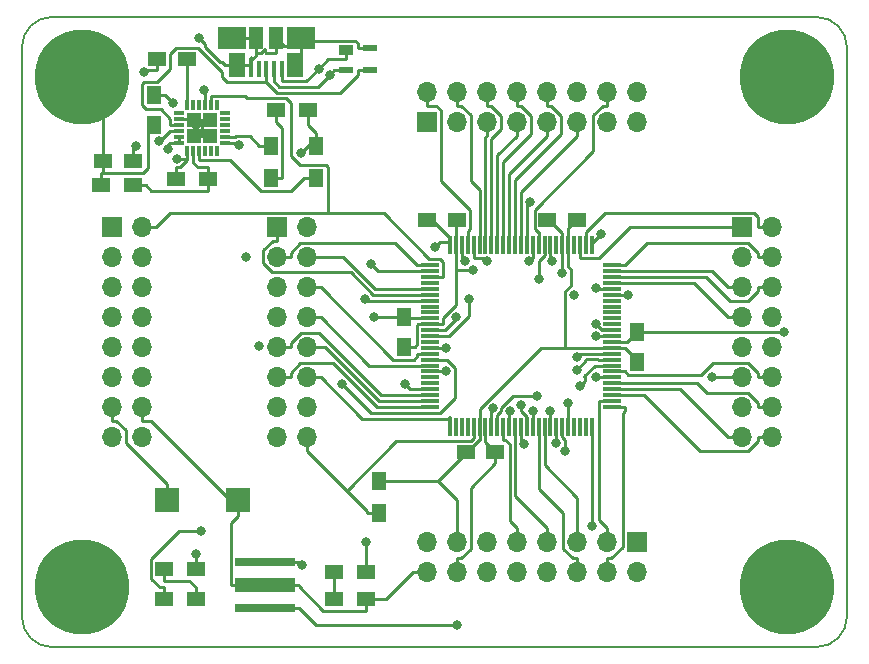
<source format=gbr>
%TF.GenerationSoftware,KiCad,Pcbnew,(5.0.0)*%
%TF.CreationDate,2019-01-27T03:15:10+01:00*%
%TF.ProjectId,AtmegaBreakout,41746D656761427265616B6F75742E6B,rev?*%
%TF.SameCoordinates,Original*%
%TF.FileFunction,Copper,L1,Top,Mixed*%
%TF.FilePolarity,Positive*%
%FSLAX46Y46*%
G04 Gerber Fmt 4.6, Leading zero omitted, Abs format (unit mm)*
G04 Created by KiCad (PCBNEW (5.0.0)) date 01/27/19 03:15:10*
%MOMM*%
%LPD*%
G01*
G04 APERTURE LIST*
%ADD10C,0.200000*%
%ADD11R,1.300000X1.300000*%
%ADD12R,0.300000X0.850000*%
%ADD13R,0.850000X0.300000*%
%ADD14C,8.000000*%
%ADD15R,1.700000X1.700000*%
%ADD16O,1.700000X1.700000*%
%ADD17R,1.300000X1.500000*%
%ADD18R,1.500000X0.300000*%
%ADD19R,0.300000X1.500000*%
%ADD20R,5.100000X0.800000*%
%ADD21R,5.100000X1.300000*%
%ADD22R,2.000000X2.000000*%
%ADD23R,1.500000X1.250000*%
%ADD24R,1.250000X1.500000*%
%ADD25R,1.500000X1.300000*%
%ADD26R,1.310000X0.550000*%
%ADD27R,1.310000X0.940000*%
%ADD28R,1.175000X1.900000*%
%ADD29R,2.375000X1.900000*%
%ADD30R,1.475000X2.100000*%
%ADD31R,0.450000X1.380000*%
%ADD32C,0.800000*%
%ADD33C,0.250000*%
G04 APERTURE END LIST*
D10*
X142240000Y-58420000D02*
X142240000Y-106680000D01*
X74930000Y-55880000D02*
X139700000Y-55880000D01*
X72390000Y-106680000D02*
X72390000Y-58420000D01*
X139700000Y-109220000D02*
X74930000Y-109220000D01*
X72390000Y-58420000D02*
G75*
G02X74930000Y-55880000I2540000J0D01*
G01*
X74930000Y-109220000D02*
G75*
G02X72390000Y-106680000I0J2540000D01*
G01*
X142240000Y-106680000D02*
G75*
G02X139700000Y-109220000I-2540000J0D01*
G01*
X139700000Y-55880000D02*
G75*
G02X142240000Y-58420000I0J-2540000D01*
G01*
D11*
X86980000Y-64628000D03*
X86980000Y-65928000D03*
X88280000Y-64628000D03*
X88280000Y-65928000D03*
D12*
X86380000Y-63328000D03*
X86880000Y-63328000D03*
X87380000Y-63328000D03*
X87880000Y-63328000D03*
X88380000Y-63328000D03*
X88880000Y-63328000D03*
D13*
X89580000Y-64028000D03*
X89580000Y-64528000D03*
X89580000Y-65028000D03*
X89580000Y-65528000D03*
X89580000Y-66028000D03*
X89580000Y-66528000D03*
D12*
X88880000Y-67228000D03*
X88380000Y-67228000D03*
X87880000Y-67228000D03*
X87380000Y-67228000D03*
X86880000Y-67228000D03*
X86380000Y-67228000D03*
D13*
X85680000Y-66528000D03*
X85680000Y-66028000D03*
X85680000Y-65528000D03*
X85680000Y-65028000D03*
X85680000Y-64528000D03*
X85680000Y-64028000D03*
D14*
X137160000Y-104140000D03*
X137160000Y-60960000D03*
X77470000Y-104140000D03*
X77470000Y-60960000D03*
D15*
X106680000Y-64770000D03*
D16*
X106680000Y-62230000D03*
X109220000Y-64770000D03*
X109220000Y-62230000D03*
X111760000Y-64770000D03*
X111760000Y-62230000D03*
X114300000Y-64770000D03*
X114300000Y-62230000D03*
X116840000Y-64770000D03*
X116840000Y-62230000D03*
X119380000Y-64770000D03*
X119380000Y-62230000D03*
X121920000Y-64770000D03*
X121920000Y-62230000D03*
X124460000Y-64770000D03*
X124460000Y-62230000D03*
D17*
X102616000Y-95170000D03*
X102616000Y-97870000D03*
D18*
X106943000Y-88893000D03*
X106943000Y-88393000D03*
X106943000Y-87893000D03*
X106943000Y-87393000D03*
X106943000Y-86893000D03*
X106943000Y-86393000D03*
X106943000Y-85893000D03*
X106943000Y-85393000D03*
X106943000Y-84893000D03*
X106943000Y-84393000D03*
X106943000Y-83893000D03*
X106943000Y-83393000D03*
X106943000Y-82893000D03*
X106943000Y-82393000D03*
X106943000Y-81893000D03*
X106943000Y-81393000D03*
X106943000Y-80893000D03*
X106943000Y-80393000D03*
X106943000Y-79893000D03*
X106943000Y-79393000D03*
X106943000Y-78893000D03*
X106943000Y-78393000D03*
X106943000Y-77893000D03*
X106943000Y-77393000D03*
D19*
X108643000Y-75193000D03*
X109143000Y-75193000D03*
X109643000Y-75193000D03*
X110143000Y-75193000D03*
X110643000Y-75193000D03*
X111143000Y-75193000D03*
X111643000Y-75193000D03*
X112143000Y-75193000D03*
X112643000Y-75193000D03*
X113143000Y-75193000D03*
X113643000Y-75193000D03*
X114143000Y-75193000D03*
X114643000Y-75193000D03*
X115143000Y-75193000D03*
X115643000Y-75193000D03*
X116143000Y-75193000D03*
X116643000Y-75193000D03*
X117143000Y-75193000D03*
X117643000Y-75193000D03*
X118143000Y-75193000D03*
X118643000Y-75193000D03*
X119143000Y-75193000D03*
X119643000Y-75193000D03*
X120143000Y-75193000D03*
D18*
X122343000Y-76893000D03*
X122343000Y-77393000D03*
X122343000Y-77893000D03*
X122343000Y-78393000D03*
X122343000Y-78893000D03*
X122343000Y-79393000D03*
X122343000Y-79893000D03*
X122343000Y-80393000D03*
X122343000Y-80893000D03*
X122343000Y-81393000D03*
X122343000Y-81893000D03*
X122343000Y-82393000D03*
X122343000Y-82893000D03*
X122343000Y-83393000D03*
X122343000Y-83893000D03*
X122343000Y-84393000D03*
X122343000Y-84893000D03*
X122343000Y-85393000D03*
X122343000Y-85893000D03*
X122343000Y-86393000D03*
X122343000Y-86893000D03*
X122343000Y-87393000D03*
X122343000Y-87893000D03*
X122343000Y-88393000D03*
D19*
X120643000Y-90593000D03*
X120143000Y-90593000D03*
X119643000Y-90593000D03*
X119143000Y-90593000D03*
X118643000Y-90593000D03*
X118143000Y-90593000D03*
X117643000Y-90593000D03*
X117143000Y-90593000D03*
X116643000Y-90593000D03*
X116143000Y-90593000D03*
X115643000Y-90593000D03*
X115143000Y-90593000D03*
X114643000Y-90593000D03*
X114143000Y-90593000D03*
X113643000Y-90593000D03*
X113143000Y-90593000D03*
X112643000Y-90593000D03*
X112143000Y-90593000D03*
X111643000Y-90593000D03*
X111143000Y-90593000D03*
X110643000Y-90593000D03*
X110143000Y-90593000D03*
X109643000Y-90593000D03*
X109143000Y-90593000D03*
X108643000Y-90593000D03*
D18*
X122343000Y-88893000D03*
D19*
X120643000Y-75193000D03*
D18*
X106943000Y-76893000D03*
D20*
X92964000Y-105881000D03*
X92964000Y-101981000D03*
D21*
X92964000Y-103931000D03*
D22*
X90678000Y-96774000D03*
X84678000Y-96774000D03*
D23*
X112482000Y-92710000D03*
X109982000Y-92710000D03*
X109220000Y-73025000D03*
X106720000Y-73025000D03*
D24*
X104775000Y-83780000D03*
X104775000Y-81280000D03*
D25*
X84440000Y-102616000D03*
X87140000Y-102616000D03*
X101553000Y-105156000D03*
X98853000Y-105156000D03*
X87140000Y-105156000D03*
X84440000Y-105156000D03*
X98853000Y-102870000D03*
X101553000Y-102870000D03*
D23*
X116880000Y-73025000D03*
X119380000Y-73025000D03*
D24*
X124460000Y-82550000D03*
X124460000Y-85050000D03*
D15*
X80010000Y-73660000D03*
D16*
X82550000Y-73660000D03*
X80010000Y-76200000D03*
X82550000Y-76200000D03*
X80010000Y-78740000D03*
X82550000Y-78740000D03*
X80010000Y-81280000D03*
X82550000Y-81280000D03*
X80010000Y-83820000D03*
X82550000Y-83820000D03*
X80010000Y-86360000D03*
X82550000Y-86360000D03*
X80010000Y-88900000D03*
X82550000Y-88900000D03*
X80010000Y-91440000D03*
X82550000Y-91440000D03*
D15*
X93980000Y-73660000D03*
D16*
X96520000Y-73660000D03*
X93980000Y-76200000D03*
X96520000Y-76200000D03*
X93980000Y-78740000D03*
X96520000Y-78740000D03*
X93980000Y-81280000D03*
X96520000Y-81280000D03*
X93980000Y-83820000D03*
X96520000Y-83820000D03*
X93980000Y-86360000D03*
X96520000Y-86360000D03*
X93980000Y-88900000D03*
X96520000Y-88900000D03*
X93980000Y-91440000D03*
X96520000Y-91440000D03*
D15*
X133350000Y-73660000D03*
D16*
X135890000Y-73660000D03*
X133350000Y-76200000D03*
X135890000Y-76200000D03*
X133350000Y-78740000D03*
X135890000Y-78740000D03*
X133350000Y-81280000D03*
X135890000Y-81280000D03*
X133350000Y-83820000D03*
X135890000Y-83820000D03*
X133350000Y-86360000D03*
X135890000Y-86360000D03*
X133350000Y-88900000D03*
X135890000Y-88900000D03*
X133350000Y-91440000D03*
X135890000Y-91440000D03*
D15*
X124460000Y-100330000D03*
D16*
X124460000Y-102870000D03*
X121920000Y-100330000D03*
X121920000Y-102870000D03*
X119380000Y-100330000D03*
X119380000Y-102870000D03*
X116840000Y-100330000D03*
X116840000Y-102870000D03*
X114300000Y-100330000D03*
X114300000Y-102870000D03*
X111760000Y-100330000D03*
X111760000Y-102870000D03*
X109220000Y-100330000D03*
X109220000Y-102870000D03*
X106680000Y-100330000D03*
X106680000Y-102870000D03*
D24*
X83566000Y-62484000D03*
X83566000Y-64984000D03*
D23*
X81788000Y-68072000D03*
X79288000Y-68072000D03*
X86360000Y-59436000D03*
X83860000Y-59436000D03*
D26*
X101838000Y-58476000D03*
D27*
X99838000Y-58676000D03*
D26*
X99838000Y-60396000D03*
X101838000Y-60396000D03*
D25*
X96600000Y-63754000D03*
X93900000Y-63754000D03*
D28*
X92240000Y-57658000D03*
X93920000Y-57658000D03*
D29*
X90170000Y-57658000D03*
X95990000Y-57658000D03*
D30*
X90617500Y-59958000D03*
X95542500Y-59958000D03*
D31*
X91780000Y-60318000D03*
X92430000Y-60318000D03*
X93080000Y-60318000D03*
X93730000Y-60318000D03*
X94380000Y-60318000D03*
D17*
X97282000Y-66802000D03*
X97282000Y-69502000D03*
D25*
X88138000Y-69596000D03*
X85438000Y-69596000D03*
X79088000Y-70104000D03*
X81788000Y-70104000D03*
D17*
X93472000Y-66802000D03*
X93472000Y-69502000D03*
D32*
X102196100Y-81280000D03*
X92439300Y-83725300D03*
X136933700Y-82550000D03*
X110550800Y-77308400D03*
X118132500Y-77548000D03*
X82721900Y-60574100D03*
X116040600Y-87969100D03*
X96137000Y-102278700D03*
X109261200Y-107352800D03*
X112268400Y-88959300D03*
X111768000Y-76563200D03*
X109870600Y-76565000D03*
X104808300Y-86974000D03*
X120985800Y-81895900D03*
X120973800Y-82909900D03*
X110237500Y-79730100D03*
X91337500Y-76200000D03*
X109130100Y-81307100D03*
X118643000Y-88586100D03*
X119118400Y-79409200D03*
X118378300Y-92643500D03*
X101939300Y-76808500D03*
X87835700Y-62055600D03*
X101477800Y-79748800D03*
X108319200Y-83893000D03*
X99524700Y-86971700D03*
X101552900Y-100316400D03*
X115674700Y-89238700D03*
X114667800Y-88694500D03*
X114866200Y-92051200D03*
X120992200Y-86393000D03*
X130810000Y-86360000D03*
X119634000Y-87122000D03*
X119380000Y-85725000D03*
X119431300Y-84644000D03*
X120987000Y-78790800D03*
X121408400Y-74228300D03*
X120643000Y-98934500D03*
X123698900Y-79393000D03*
X113755100Y-89235000D03*
X108327900Y-85893000D03*
X117628500Y-91964600D03*
X117143000Y-89207900D03*
X107330800Y-75341200D03*
X115394800Y-71544100D03*
X115348100Y-76563200D03*
X116136500Y-78058600D03*
X117299200Y-76569200D03*
X87140000Y-101344300D03*
X84727500Y-67029700D03*
X96003400Y-67417700D03*
X85210500Y-63165700D03*
X82083500Y-66826200D03*
X87122000Y-65024000D03*
X87376000Y-57658000D03*
X97519400Y-60289700D03*
X85541300Y-67933300D03*
X98438600Y-60815100D03*
X83972700Y-66348700D03*
X87560900Y-99395700D03*
X90801400Y-66702800D03*
D33*
X124460000Y-85050000D02*
X124460000Y-84925000D01*
X124460000Y-84925000D02*
X123428000Y-83893000D01*
X123428000Y-83893000D02*
X122343000Y-83893000D01*
X104775000Y-81280000D02*
X104888000Y-81393000D01*
X104888000Y-81393000D02*
X106943000Y-81393000D01*
X119380000Y-73025000D02*
X118643000Y-73762000D01*
X118643000Y-73762000D02*
X118643000Y-75193000D01*
X109982000Y-92710000D02*
X110044500Y-92710000D01*
X110044500Y-92710000D02*
X110107000Y-92710000D01*
X110107000Y-92710000D02*
X111125000Y-91692000D01*
X107584500Y-95170000D02*
X109220000Y-96805500D01*
X109220000Y-96805500D02*
X109220000Y-100330000D01*
X110044500Y-92710000D02*
X107584500Y-95170000D01*
X107584500Y-95170000D02*
X102616000Y-95170000D01*
X111125000Y-91692000D02*
X111143000Y-91674000D01*
X111143000Y-91674000D02*
X111143000Y-90593000D01*
X111143000Y-90593000D02*
X111143000Y-89517700D01*
X104775000Y-81280000D02*
X103824700Y-81280000D01*
X103824700Y-81280000D02*
X102196100Y-81280000D01*
X118643000Y-75193000D02*
X118643000Y-77032700D01*
X118643000Y-77032700D02*
X118857800Y-77247500D01*
X118857800Y-77247500D02*
X118857800Y-78644100D01*
X118857800Y-78644100D02*
X118393100Y-79108800D01*
X118393100Y-79108800D02*
X118393100Y-83893000D01*
X118393100Y-83893000D02*
X122343000Y-83893000D01*
X118393100Y-83893000D02*
X116309000Y-83893000D01*
X116309000Y-83893000D02*
X111143000Y-89059000D01*
X111143000Y-89059000D02*
X111143000Y-89517700D01*
X104775000Y-83780000D02*
X105650000Y-83780000D01*
X105650000Y-83780000D02*
X105868000Y-83562000D01*
X105868000Y-83562000D02*
X105868000Y-81968000D01*
X105868000Y-81968000D02*
X105943000Y-81893000D01*
X105943000Y-81893000D02*
X106943000Y-81893000D01*
X112482000Y-92710000D02*
X111643000Y-91871000D01*
X111643000Y-91871000D02*
X111643000Y-90593000D01*
X101553000Y-105156000D02*
X103218700Y-105156000D01*
X103218700Y-105156000D02*
X105504700Y-102870000D01*
X106680000Y-102870000D02*
X105504700Y-102870000D01*
X79288000Y-67596800D02*
X79288000Y-67121700D01*
X90678000Y-98099300D02*
X90088700Y-98688600D01*
X90088700Y-98688600D02*
X90088700Y-103931000D01*
X91526400Y-103931000D02*
X90088700Y-103931000D01*
X91526400Y-103931000D02*
X92964000Y-103931000D01*
X92964000Y-103931000D02*
X95839300Y-103931000D01*
X101553000Y-105156000D02*
X101553000Y-106131300D01*
X77470000Y-60960000D02*
X79288000Y-62778000D01*
X79288000Y-62778000D02*
X79288000Y-67121700D01*
X90678000Y-96774000D02*
X90678000Y-97436600D01*
X90678000Y-97436600D02*
X90678000Y-98099300D01*
X90678000Y-97436600D02*
X83316700Y-90075300D01*
X83316700Y-90075300D02*
X82550000Y-90075300D01*
X82550000Y-88900000D02*
X82550000Y-90075300D01*
X109220000Y-101694700D02*
X109587400Y-101694700D01*
X109587400Y-101694700D02*
X110395300Y-100886800D01*
X110395300Y-100886800D02*
X110395300Y-95747000D01*
X110395300Y-95747000D02*
X112482000Y-93660300D01*
X109220000Y-102870000D02*
X109220000Y-101694700D01*
X112482000Y-92710000D02*
X112482000Y-93660300D01*
X79088000Y-69128700D02*
X79234800Y-69128700D01*
X79234800Y-69128700D02*
X79288000Y-69075500D01*
X79288000Y-67596800D02*
X79288000Y-68072000D01*
X79288000Y-68072000D02*
X79288000Y-69075500D01*
X79088000Y-70104000D02*
X79088000Y-69128700D01*
X109220000Y-73025000D02*
X109143000Y-73102000D01*
X109143000Y-73102000D02*
X109143000Y-75193000D01*
X116880000Y-73025000D02*
X117005000Y-73025000D01*
X117005000Y-73025000D02*
X118143000Y-74163000D01*
X118143000Y-74163000D02*
X118143000Y-75193000D01*
X109143000Y-75193000D02*
X109143000Y-77308400D01*
X124460000Y-82550000D02*
X123617000Y-83393000D01*
X123617000Y-83393000D02*
X122343000Y-83393000D01*
X124460000Y-82550000D02*
X136933700Y-82550000D01*
X118132500Y-77548000D02*
X118143000Y-77537500D01*
X118143000Y-77537500D02*
X118143000Y-75193000D01*
X83566000Y-64984000D02*
X83102800Y-65447200D01*
X83102800Y-65447200D02*
X83102800Y-68631700D01*
X83102800Y-68631700D02*
X82659000Y-69075500D01*
X82659000Y-69075500D02*
X79288000Y-69075500D01*
X101553000Y-106131300D02*
X97917700Y-106131300D01*
X97917700Y-106131300D02*
X95839300Y-104052900D01*
X95839300Y-104052900D02*
X95839300Y-103931000D01*
X106943000Y-81893000D02*
X108018300Y-81893000D01*
X109143000Y-77308400D02*
X109143000Y-80268500D01*
X109143000Y-80268500D02*
X108018300Y-81393200D01*
X108018300Y-81393200D02*
X108018300Y-81893000D01*
X109143000Y-77308400D02*
X110550800Y-77308400D01*
X98853000Y-105156000D02*
X98853000Y-102870000D01*
X83860000Y-59436000D02*
X83860000Y-60386300D01*
X83860000Y-60386300D02*
X82909700Y-60386300D01*
X82909700Y-60386300D02*
X82721900Y-60574100D01*
X84678000Y-95448700D02*
X81185300Y-91956000D01*
X81185300Y-91956000D02*
X81185300Y-90883200D01*
X81185300Y-90883200D02*
X80377400Y-90075300D01*
X80377400Y-90075300D02*
X80010000Y-90075300D01*
X84678000Y-96774000D02*
X84678000Y-95448700D01*
X80010000Y-88900000D02*
X80010000Y-90075300D01*
X102616000Y-97870000D02*
X101640700Y-97870000D01*
X96520000Y-91440000D02*
X96520000Y-92615300D01*
X99879600Y-95974900D02*
X104094900Y-91759600D01*
X104094900Y-91759600D02*
X110420500Y-91759600D01*
X110420500Y-91759600D02*
X110643000Y-91537100D01*
X110643000Y-91537100D02*
X110643000Y-90593000D01*
X101640700Y-97870000D02*
X101640700Y-97736000D01*
X101640700Y-97736000D02*
X99879600Y-95974900D01*
X99879600Y-95974900D02*
X96520000Y-92615300D01*
X92964000Y-101981000D02*
X95839300Y-101981000D01*
X95839300Y-101981000D02*
X96137000Y-102278700D01*
X112643000Y-90593000D02*
X112643000Y-89610500D01*
X112643000Y-89610500D02*
X112993700Y-89259800D01*
X112993700Y-89259800D02*
X112993700Y-88957000D01*
X112993700Y-88957000D02*
X113981600Y-87969100D01*
X113981600Y-87969100D02*
X116040600Y-87969100D01*
X95839300Y-105881000D02*
X97311100Y-107352800D01*
X97311100Y-107352800D02*
X109261200Y-107352800D01*
X112143000Y-90593000D02*
X112143000Y-89084700D01*
X112143000Y-89084700D02*
X112268400Y-88959300D01*
X92964000Y-105881000D02*
X95839300Y-105881000D01*
X111760000Y-63405300D02*
X112127300Y-63405300D01*
X112127300Y-63405300D02*
X112968300Y-64246300D01*
X112968300Y-64246300D02*
X112968300Y-65373900D01*
X112968300Y-65373900D02*
X112143000Y-66199200D01*
X112143000Y-66199200D02*
X112143000Y-75193000D01*
X111760000Y-62230000D02*
X111760000Y-63405300D01*
X111643000Y-75193000D02*
X111643000Y-66062300D01*
X111643000Y-66062300D02*
X111760000Y-65945300D01*
X111760000Y-64770000D02*
X111760000Y-65945300D01*
X109220000Y-62230000D02*
X109220000Y-63405300D01*
X111143000Y-75193000D02*
X111143000Y-70547700D01*
X111143000Y-70547700D02*
X110395300Y-69800000D01*
X110395300Y-69800000D02*
X110395300Y-64213200D01*
X110395300Y-64213200D02*
X109587400Y-63405300D01*
X109587400Y-63405300D02*
X109220000Y-63405300D01*
X110643000Y-76268300D02*
X111473100Y-76268300D01*
X111473100Y-76268300D02*
X111768000Y-76563200D01*
X110643000Y-75193000D02*
X110643000Y-76268300D01*
X106680000Y-63405300D02*
X107488100Y-63405300D01*
X107488100Y-63405300D02*
X107855300Y-63772500D01*
X107855300Y-63772500D02*
X107855300Y-69749600D01*
X107855300Y-69749600D02*
X110344900Y-72239200D01*
X110344900Y-72239200D02*
X110344900Y-73828800D01*
X110344900Y-73828800D02*
X110143000Y-74030700D01*
X110143000Y-74030700D02*
X110143000Y-75193000D01*
X106680000Y-62230000D02*
X106680000Y-63405300D01*
X109643000Y-75193000D02*
X109643000Y-76337400D01*
X109643000Y-76337400D02*
X109870600Y-76565000D01*
X104808300Y-86974000D02*
X105227300Y-87393000D01*
X105227300Y-87393000D02*
X106943000Y-87393000D01*
X122343000Y-82393000D02*
X121482900Y-82393000D01*
X121482900Y-82393000D02*
X120985800Y-81895900D01*
X122343000Y-82893000D02*
X120990700Y-82893000D01*
X120990700Y-82893000D02*
X120973800Y-82909900D01*
X106943000Y-82893000D02*
X108018300Y-82893000D01*
X108018300Y-82893000D02*
X108575600Y-82893000D01*
X108575600Y-82893000D02*
X110237500Y-81231100D01*
X110237500Y-81231100D02*
X110237500Y-79730100D01*
X109130100Y-81307100D02*
X109130100Y-81462900D01*
X109130100Y-81462900D02*
X108200000Y-82393000D01*
X108200000Y-82393000D02*
X106943000Y-82393000D01*
X118643000Y-90593000D02*
X118643000Y-88586100D01*
X118143000Y-90593000D02*
X118143000Y-91453100D01*
X118143000Y-91453100D02*
X118378300Y-91688400D01*
X118378300Y-91688400D02*
X118378300Y-92643500D01*
X82550000Y-73660000D02*
X83725300Y-73660000D01*
X88380000Y-63328000D02*
X88380000Y-62577700D01*
X108018300Y-77893000D02*
X108018300Y-76597400D01*
X108018300Y-76597400D02*
X107766600Y-76345700D01*
X107766600Y-76345700D02*
X106882900Y-76345700D01*
X106882900Y-76345700D02*
X103021800Y-72484600D01*
X103021800Y-72484600D02*
X98292900Y-72484600D01*
X88380000Y-62577700D02*
X91307700Y-62577700D01*
X91307700Y-62577700D02*
X91468000Y-62738000D01*
X91468000Y-62738000D02*
X94777300Y-62738000D01*
X94777300Y-62738000D02*
X95192200Y-63152900D01*
X95192200Y-63152900D02*
X95192200Y-67640800D01*
X95192200Y-67640800D02*
X95952100Y-68400700D01*
X95952100Y-68400700D02*
X98104400Y-68400700D01*
X98104400Y-68400700D02*
X98292900Y-68589200D01*
X98292900Y-68589200D02*
X98292900Y-72484600D01*
X98292900Y-72484600D02*
X98292900Y-72484700D01*
X98292900Y-72484700D02*
X84900600Y-72484700D01*
X84900600Y-72484700D02*
X83725300Y-73660000D01*
X106943000Y-77893000D02*
X108018300Y-77893000D01*
X101939300Y-76808500D02*
X102523800Y-77393000D01*
X102523800Y-77393000D02*
X106943000Y-77393000D01*
X87880000Y-63328000D02*
X87880000Y-62099900D01*
X87880000Y-62099900D02*
X87835700Y-62055600D01*
X93980000Y-73660000D02*
X93980000Y-74835300D01*
X106943000Y-79393000D02*
X102147800Y-79393000D01*
X102147800Y-79393000D02*
X100224800Y-77470000D01*
X100224800Y-77470000D02*
X93559300Y-77470000D01*
X93559300Y-77470000D02*
X92804700Y-76715400D01*
X92804700Y-76715400D02*
X92804700Y-75643200D01*
X92804700Y-75643200D02*
X93612600Y-74835300D01*
X93612600Y-74835300D02*
X93980000Y-74835300D01*
X106943000Y-79893000D02*
X101622000Y-79893000D01*
X101622000Y-79893000D02*
X101477800Y-79748800D01*
X106943000Y-76893000D02*
X105867700Y-76893000D01*
X93980000Y-76200000D02*
X95155300Y-76200000D01*
X95155300Y-76200000D02*
X95155300Y-75832600D01*
X95155300Y-75832600D02*
X95963200Y-75024700D01*
X95963200Y-75024700D02*
X103999400Y-75024700D01*
X103999400Y-75024700D02*
X105867700Y-76893000D01*
X96520000Y-76200000D02*
X97695300Y-76200000D01*
X106943000Y-78893000D02*
X102284700Y-78893000D01*
X102284700Y-78893000D02*
X99591700Y-76200000D01*
X99591700Y-76200000D02*
X97695300Y-76200000D01*
X108319200Y-83893000D02*
X106943000Y-83893000D01*
X105867700Y-84393000D02*
X105867700Y-84596800D01*
X105867700Y-84596800D02*
X105571500Y-84893000D01*
X105571500Y-84893000D02*
X103848300Y-84893000D01*
X103848300Y-84893000D02*
X97695300Y-78740000D01*
X106943000Y-84393000D02*
X105867700Y-84393000D01*
X96520000Y-78740000D02*
X97695300Y-78740000D01*
X106943000Y-84893000D02*
X108380600Y-84893000D01*
X108380600Y-84893000D02*
X109093400Y-85605800D01*
X109093400Y-85605800D02*
X109093400Y-88122800D01*
X109093400Y-88122800D02*
X107793300Y-89422900D01*
X107793300Y-89422900D02*
X101975900Y-89422900D01*
X101975900Y-89422900D02*
X99524700Y-86971700D01*
X106943000Y-85393000D02*
X101808300Y-85393000D01*
X101808300Y-85393000D02*
X97695300Y-81280000D01*
X96520000Y-81280000D02*
X97695300Y-81280000D01*
X95155300Y-83820000D02*
X95155300Y-83452700D01*
X95155300Y-83452700D02*
X95982000Y-82626000D01*
X95982000Y-82626000D02*
X97546100Y-82626000D01*
X97546100Y-82626000D02*
X102813100Y-87893000D01*
X102813100Y-87893000D02*
X106943000Y-87893000D01*
X93980000Y-83820000D02*
X95155300Y-83820000D01*
X96520000Y-83820000D02*
X97695300Y-83820000D01*
X106943000Y-88393000D02*
X102608700Y-88393000D01*
X102608700Y-88393000D02*
X98035700Y-83820000D01*
X98035700Y-83820000D02*
X97695300Y-83820000D01*
X93980000Y-86360000D02*
X95155300Y-86360000D01*
X106943000Y-88893000D02*
X102471800Y-88893000D01*
X102471800Y-88893000D02*
X98763500Y-85184700D01*
X98763500Y-85184700D02*
X95963200Y-85184700D01*
X95963200Y-85184700D02*
X95155300Y-85992600D01*
X95155300Y-85992600D02*
X95155300Y-86360000D01*
X96520000Y-86360000D02*
X97695300Y-86360000D01*
X108643000Y-90593000D02*
X108643000Y-89704300D01*
X101552900Y-100316400D02*
X101553000Y-100316400D01*
X101553000Y-100316400D02*
X101553000Y-102870000D01*
X97695300Y-86360000D02*
X101226200Y-89890900D01*
X101226200Y-89890900D02*
X108456400Y-89890900D01*
X108456400Y-89890900D02*
X108643000Y-89704300D01*
X115643000Y-90593000D02*
X115643000Y-89270400D01*
X115643000Y-89270400D02*
X115674700Y-89238700D01*
X115143000Y-90593000D02*
X115143000Y-89732900D01*
X115143000Y-89732900D02*
X114667800Y-89257700D01*
X114667800Y-89257700D02*
X114667800Y-88694500D01*
X114643000Y-90593000D02*
X114643000Y-91828000D01*
X114643000Y-91828000D02*
X114866200Y-92051200D01*
X134714700Y-91440000D02*
X134714700Y-91807300D01*
X134714700Y-91807300D02*
X133872800Y-92649200D01*
X133872800Y-92649200D02*
X129788500Y-92649200D01*
X129788500Y-92649200D02*
X125032300Y-87893000D01*
X125032300Y-87893000D02*
X122343000Y-87893000D01*
X135890000Y-91440000D02*
X134714700Y-91440000D01*
X133350000Y-91440000D02*
X132174700Y-91440000D01*
X122343000Y-87393000D02*
X128127700Y-87393000D01*
X128127700Y-87393000D02*
X132174700Y-91440000D01*
X134714700Y-88900000D02*
X134714700Y-88532600D01*
X134714700Y-88532600D02*
X133906800Y-87724700D01*
X133906800Y-87724700D02*
X130383900Y-87724700D01*
X130383900Y-87724700D02*
X129552200Y-86893000D01*
X129552200Y-86893000D02*
X122343000Y-86893000D01*
X135890000Y-88900000D02*
X134714700Y-88900000D01*
X120992200Y-86393000D02*
X122343000Y-86393000D01*
X123418300Y-85893000D02*
X123693200Y-86167900D01*
X123693200Y-86167900D02*
X129917600Y-86167900D01*
X129917600Y-86167900D02*
X130900800Y-85184700D01*
X130900800Y-85184700D02*
X133906800Y-85184700D01*
X133906800Y-85184700D02*
X134714700Y-85992600D01*
X134714700Y-85992600D02*
X134714700Y-86360000D01*
X122343000Y-85893000D02*
X123418300Y-85893000D01*
X135890000Y-86360000D02*
X134714700Y-86360000D01*
X120919198Y-85393000D02*
X120015000Y-86297198D01*
X122343000Y-85393000D02*
X120919198Y-85393000D01*
X120015000Y-86297198D02*
X120015000Y-86360000D01*
X133350000Y-86360000D02*
X130810000Y-86360000D01*
X130810000Y-86360000D02*
X130810000Y-86360000D01*
X120015000Y-86297198D02*
X120015000Y-86297198D01*
X120033999Y-86722001D02*
X119634000Y-87122000D01*
X120033999Y-86316197D02*
X120033999Y-86722001D01*
X120015000Y-86297198D02*
X120033999Y-86316197D01*
X122343000Y-84893000D02*
X121191700Y-84893000D01*
X121191700Y-84893000D02*
X121141710Y-84843010D01*
X121141710Y-84843010D02*
X120156301Y-84843010D01*
X120156301Y-84948699D02*
X120156301Y-84843010D01*
X119380000Y-85725000D02*
X120156301Y-84948699D01*
X122343000Y-84393000D02*
X119682300Y-84393000D01*
X119682300Y-84393000D02*
X119431300Y-84644000D01*
X120987000Y-78790800D02*
X121089200Y-78893000D01*
X121089200Y-78893000D02*
X122343000Y-78893000D01*
X132174700Y-81280000D02*
X129287700Y-78393000D01*
X129287700Y-78393000D02*
X122343000Y-78393000D01*
X133350000Y-81280000D02*
X132174700Y-81280000D01*
X134714700Y-78740000D02*
X134714700Y-79107300D01*
X134714700Y-79107300D02*
X133888000Y-79934000D01*
X133888000Y-79934000D02*
X132349000Y-79934000D01*
X132349000Y-79934000D02*
X130308000Y-77893000D01*
X130308000Y-77893000D02*
X122343000Y-77893000D01*
X135890000Y-78740000D02*
X134714700Y-78740000D01*
X122343000Y-77393000D02*
X130827700Y-77393000D01*
X130827700Y-77393000D02*
X132174700Y-78740000D01*
X133350000Y-78740000D02*
X132174700Y-78740000D01*
X122343000Y-76893000D02*
X123418300Y-76893000D01*
X135890000Y-76200000D02*
X134714700Y-76200000D01*
X123418300Y-76893000D02*
X125286600Y-75024700D01*
X125286600Y-75024700D02*
X133906800Y-75024700D01*
X133906800Y-75024700D02*
X134714700Y-75832600D01*
X134714700Y-75832600D02*
X134714700Y-76200000D01*
X121408400Y-74228300D02*
X120643000Y-74993700D01*
X120643000Y-74993700D02*
X120643000Y-75193000D01*
X120143000Y-74117700D02*
X121787900Y-72472800D01*
X121787900Y-72472800D02*
X134358700Y-72472800D01*
X134358700Y-72472800D02*
X134714700Y-72828800D01*
X134714700Y-72828800D02*
X134714700Y-73660000D01*
X120143000Y-75193000D02*
X120143000Y-74117700D01*
X135890000Y-73660000D02*
X134714700Y-73660000D01*
X119643000Y-76268300D02*
X121267700Y-76268300D01*
X121267700Y-76268300D02*
X123876000Y-73660000D01*
X123876000Y-73660000D02*
X133350000Y-73660000D01*
X119643000Y-75193000D02*
X119643000Y-76268300D01*
X120643000Y-98934500D02*
X120643000Y-90593000D01*
X122343000Y-79393000D02*
X123698900Y-79393000D01*
X121267700Y-88393000D02*
X121267700Y-98502400D01*
X121267700Y-98502400D02*
X121920000Y-99154700D01*
X122343000Y-88393000D02*
X121267700Y-88393000D01*
X121920000Y-100330000D02*
X121920000Y-99154700D01*
X121920000Y-101694700D02*
X122287300Y-101694700D01*
X122287300Y-101694700D02*
X123265700Y-100716300D01*
X123265700Y-100716300D02*
X123265700Y-89368300D01*
X123265700Y-89368300D02*
X123418300Y-89215700D01*
X123418300Y-89215700D02*
X123418300Y-88893000D01*
X121920000Y-102870000D02*
X121920000Y-101694700D01*
X122343000Y-88893000D02*
X123418300Y-88893000D01*
X116643000Y-90593000D02*
X116643000Y-93832500D01*
X116643000Y-93832500D02*
X119380000Y-96569500D01*
X119380000Y-96569500D02*
X119380000Y-100330000D01*
X119380000Y-102870000D02*
X119380000Y-101694700D01*
X116143000Y-90593000D02*
X116143000Y-95828000D01*
X116143000Y-95828000D02*
X118204700Y-97889700D01*
X118204700Y-97889700D02*
X118204700Y-100886800D01*
X118204700Y-100886800D02*
X119012600Y-101694700D01*
X119012600Y-101694700D02*
X119380000Y-101694700D01*
X114143000Y-90593000D02*
X114143000Y-91668300D01*
X114143000Y-91668300D02*
X114128200Y-91683100D01*
X114128200Y-91683100D02*
X114128200Y-96442900D01*
X114128200Y-96442900D02*
X116840000Y-99154700D01*
X116840000Y-100330000D02*
X116840000Y-99154700D01*
X113643000Y-90593000D02*
X113643000Y-89347100D01*
X113643000Y-89347100D02*
X113755100Y-89235000D01*
X113143000Y-90593000D02*
X113143000Y-91668300D01*
X113143000Y-91668300D02*
X113288700Y-91668300D01*
X113288700Y-91668300D02*
X113677900Y-92057500D01*
X113677900Y-92057500D02*
X113677900Y-98532600D01*
X113677900Y-98532600D02*
X114300000Y-99154700D01*
X114300000Y-100330000D02*
X114300000Y-99154700D01*
X106943000Y-85893000D02*
X108327900Y-85893000D01*
X117643000Y-90593000D02*
X117643000Y-91950100D01*
X117643000Y-91950100D02*
X117628500Y-91964600D01*
X117143000Y-89207900D02*
X117143000Y-90593000D01*
X106720000Y-73025000D02*
X107075000Y-73025000D01*
X107075000Y-73025000D02*
X108643000Y-74593000D01*
X108643000Y-74593000D02*
X108643000Y-74893000D01*
X108643000Y-74893000D02*
X108643000Y-75193000D01*
X108643000Y-74893000D02*
X107779000Y-74893000D01*
X107779000Y-74893000D02*
X107330800Y-75341200D01*
X112643000Y-75193000D02*
X112643000Y-67602300D01*
X112643000Y-67602300D02*
X114300000Y-65945300D01*
X114300000Y-64770000D02*
X114300000Y-65945300D01*
X114300000Y-63405300D02*
X114667300Y-63405300D01*
X114667300Y-63405300D02*
X115494000Y-64232000D01*
X115494000Y-64232000D02*
X115494000Y-65771000D01*
X115494000Y-65771000D02*
X113143000Y-68122000D01*
X113143000Y-68122000D02*
X113143000Y-75193000D01*
X114300000Y-62230000D02*
X114300000Y-63405300D01*
X113643000Y-75193000D02*
X113643000Y-69142300D01*
X113643000Y-69142300D02*
X116840000Y-65945300D01*
X116840000Y-64770000D02*
X116840000Y-65945300D01*
X116840000Y-63405300D02*
X117207300Y-63405300D01*
X117207300Y-63405300D02*
X118034000Y-64232000D01*
X118034000Y-64232000D02*
X118034000Y-65771000D01*
X118034000Y-65771000D02*
X114143000Y-69662000D01*
X114143000Y-69662000D02*
X114143000Y-75193000D01*
X116840000Y-62230000D02*
X116840000Y-63405300D01*
X119380000Y-65945300D02*
X114643000Y-70682300D01*
X114643000Y-70682300D02*
X114643000Y-75193000D01*
X119380000Y-64770000D02*
X119380000Y-65945300D01*
X115143000Y-75193000D02*
X115143000Y-71795900D01*
X115143000Y-71795900D02*
X115394800Y-71544100D01*
X115643000Y-75193000D02*
X115643000Y-76268300D01*
X115348100Y-76563200D02*
X115643000Y-76268300D01*
X121920000Y-63405300D02*
X121552600Y-63405300D01*
X121552600Y-63405300D02*
X120744700Y-64213200D01*
X120744700Y-64213200D02*
X120744700Y-67252700D01*
X120744700Y-67252700D02*
X115804600Y-72192800D01*
X115804600Y-72192800D02*
X115804600Y-73799000D01*
X115804600Y-73799000D02*
X116123300Y-74117700D01*
X116123300Y-74117700D02*
X116143000Y-74117700D01*
X121920000Y-62230000D02*
X121920000Y-63405300D01*
X116143000Y-75193000D02*
X116143000Y-74117700D01*
X116643000Y-75193000D02*
X116643000Y-76053100D01*
X116643000Y-76053100D02*
X116136500Y-76559600D01*
X116136500Y-76559600D02*
X116136500Y-78058600D01*
X117299200Y-76569200D02*
X117143000Y-76413000D01*
X117143000Y-76413000D02*
X117143000Y-75193000D01*
X97282000Y-65726700D02*
X96600000Y-65044700D01*
X96600000Y-65044700D02*
X96600000Y-63754000D01*
X85680000Y-66528000D02*
X84929700Y-66528000D01*
X84727500Y-67029700D02*
X84727500Y-66730200D01*
X84727500Y-66730200D02*
X84929700Y-66528000D01*
X87140000Y-102616000D02*
X87140000Y-101344300D01*
X85680000Y-66028000D02*
X85680000Y-66528000D01*
X97282000Y-66802000D02*
X97282000Y-66264300D01*
X97282000Y-66264300D02*
X97282000Y-65726700D01*
X97282000Y-66264300D02*
X97156800Y-66264300D01*
X97156800Y-66264300D02*
X96003400Y-67417700D01*
X85210500Y-63165700D02*
X85198000Y-63165700D01*
X85198000Y-63165700D02*
X84516300Y-62484000D01*
X83566000Y-62484000D02*
X84516300Y-62484000D01*
X81788000Y-68072000D02*
X81788000Y-67121700D01*
X82083500Y-66826200D02*
X81788000Y-67121700D01*
X86380000Y-62577700D02*
X86360000Y-62557700D01*
X86360000Y-62557700D02*
X86360000Y-59436000D01*
X86380000Y-63328000D02*
X86380000Y-62577700D01*
X84440000Y-103591300D02*
X86550600Y-103591300D01*
X86550600Y-103591300D02*
X87140000Y-104180700D01*
X84440000Y-102616000D02*
X84440000Y-103591300D01*
X87140000Y-105156000D02*
X87140000Y-104180700D01*
X91780000Y-59302700D02*
X91680300Y-59402400D01*
X91680300Y-59402400D02*
X91680300Y-59958000D01*
X95542500Y-59958000D02*
X95542500Y-59380800D01*
X95542500Y-59380800D02*
X95990000Y-58933300D01*
X91780000Y-60318000D02*
X91780000Y-59810300D01*
X91780000Y-59592900D02*
X91780000Y-59302700D01*
X91780000Y-59810300D02*
X91780000Y-59592900D01*
X95990000Y-58295600D02*
X95990000Y-58933300D01*
X90170000Y-57658000D02*
X92240000Y-57658000D01*
X95990000Y-58295600D02*
X94557600Y-58295600D01*
X94557600Y-58295600D02*
X93920000Y-57658000D01*
X92240000Y-57658000D02*
X92240000Y-58933300D01*
X91780000Y-59592900D02*
X92240000Y-59132900D01*
X92240000Y-59132900D02*
X92240000Y-58933300D01*
X93920000Y-58933300D02*
X93080300Y-58933300D01*
X93080300Y-58933300D02*
X93007200Y-58860200D01*
X93007200Y-58860200D02*
X93007200Y-58674100D01*
X93007200Y-58674100D02*
X92955600Y-58622500D01*
X92955600Y-58622500D02*
X92955500Y-58622500D01*
X92955500Y-58622500D02*
X92644700Y-58933300D01*
X92644700Y-58933300D02*
X92240000Y-58933300D01*
X93920000Y-57658000D02*
X93920000Y-58933300D01*
X95990000Y-57881900D02*
X95990000Y-58295600D01*
X95990000Y-57881900D02*
X95990000Y-57880600D01*
X95990000Y-57658000D02*
X95990000Y-57880600D01*
X95990000Y-57880600D02*
X100634500Y-57880600D01*
X100634500Y-57880600D02*
X100857700Y-58103800D01*
X100857700Y-58103800D02*
X100857700Y-58476000D01*
X101838000Y-58476000D02*
X100857700Y-58476000D01*
X91148900Y-59958000D02*
X91680300Y-59958000D01*
X91148900Y-59958000D02*
X90617500Y-59958000D01*
X87630000Y-65928000D02*
X87630000Y-65405000D01*
X88280000Y-64628000D02*
X87630000Y-64628000D01*
X87630000Y-64628000D02*
X86980000Y-64628000D01*
X88280000Y-65928000D02*
X87630000Y-65928000D01*
X87630000Y-65928000D02*
X86980000Y-65928000D01*
X86980000Y-64628000D02*
X86880000Y-64528000D01*
X86880000Y-64528000D02*
X85680000Y-64528000D01*
X87630000Y-65405000D02*
X87630000Y-64628000D01*
X90617500Y-59958000D02*
X90617500Y-59958000D01*
X89362000Y-59690000D02*
X89173410Y-59690000D01*
X90617500Y-59958000D02*
X89630000Y-59958000D01*
X89630000Y-59958000D02*
X89362000Y-59690000D01*
X89173410Y-59690000D02*
X87893705Y-58410295D01*
X87893705Y-58175705D02*
X87376000Y-57658000D01*
X87893705Y-58410295D02*
X87893705Y-58175705D01*
X94380000Y-60318000D02*
X94380000Y-61333300D01*
X99838000Y-58676000D02*
X99838000Y-59471300D01*
X85438000Y-68620700D02*
X85737600Y-68620700D01*
X85737600Y-68620700D02*
X86380000Y-67978300D01*
X85438000Y-69596000D02*
X85438000Y-68620700D01*
X85541300Y-67933300D02*
X86380000Y-67933300D01*
X86380000Y-67228000D02*
X86380000Y-67933300D01*
X86380000Y-67933300D02*
X86380000Y-67978300D01*
X99838000Y-59471300D02*
X98337800Y-59471300D01*
X98337800Y-59471300D02*
X97519400Y-60289700D01*
X97519400Y-60289700D02*
X96475800Y-61333300D01*
X96475800Y-61333300D02*
X94380000Y-61333300D01*
X93730000Y-60318000D02*
X93730000Y-61333300D01*
X99838000Y-60396000D02*
X98857700Y-60396000D01*
X98857700Y-60396000D02*
X98438600Y-60815100D01*
X98438600Y-60815100D02*
X97470000Y-61783700D01*
X97470000Y-61783700D02*
X94180400Y-61783700D01*
X94180400Y-61783700D02*
X93730000Y-61333300D01*
X85680000Y-65528000D02*
X84929700Y-65528000D01*
X84929700Y-65528000D02*
X84109000Y-66348700D01*
X84109000Y-66348700D02*
X83972700Y-66348700D01*
X101838000Y-60396000D02*
X100857700Y-60396000D01*
X85680000Y-65028000D02*
X84929700Y-65028000D01*
X84929700Y-65028000D02*
X84929700Y-64482000D01*
X84929700Y-64482000D02*
X84136500Y-63688800D01*
X84136500Y-63688800D02*
X82918900Y-63688800D01*
X82918900Y-63688800D02*
X82591900Y-63361800D01*
X82591900Y-63361800D02*
X82591900Y-61529200D01*
X82591900Y-61529200D02*
X82712500Y-61408600D01*
X82712500Y-61408600D02*
X83824000Y-61408600D01*
X83824000Y-61408600D02*
X84935400Y-60297200D01*
X84935400Y-60297200D02*
X84935400Y-59023400D01*
X84935400Y-59023400D02*
X85473200Y-58485600D01*
X85473200Y-58485600D02*
X87332600Y-58485600D01*
X87332600Y-58485600D02*
X89355400Y-60508400D01*
X89355400Y-60508400D02*
X89355400Y-60958600D01*
X89355400Y-60958600D02*
X89738000Y-61341200D01*
X89738000Y-61341200D02*
X93080000Y-61341200D01*
X93080000Y-60318000D02*
X93080000Y-61341200D01*
X93080000Y-61341200D02*
X94026400Y-62287600D01*
X94026400Y-62287600D02*
X99341300Y-62287600D01*
X99341300Y-62287600D02*
X100857700Y-60771200D01*
X100857700Y-60771200D02*
X100857700Y-60396000D01*
X93472000Y-69502000D02*
X94447300Y-69502000D01*
X93900000Y-63754000D02*
X93900000Y-64729300D01*
X93900000Y-64729300D02*
X94447300Y-65276600D01*
X94447300Y-65276600D02*
X94447300Y-69502000D01*
X84440000Y-104180700D02*
X84074300Y-104180700D01*
X84074300Y-104180700D02*
X83364600Y-103471000D01*
X83364600Y-103471000D02*
X83364600Y-101760900D01*
X83364600Y-101760900D02*
X85729800Y-99395700D01*
X85729800Y-99395700D02*
X87560900Y-99395700D01*
X90801400Y-66702800D02*
X90505100Y-66702800D01*
X90505100Y-66702800D02*
X90330300Y-66528000D01*
X89580000Y-66528000D02*
X90330300Y-66528000D01*
X84440000Y-105156000D02*
X84440000Y-104180700D01*
X97282000Y-69502000D02*
X96306700Y-69502000D01*
X87380000Y-67228000D02*
X87380000Y-67978300D01*
X96306700Y-69502000D02*
X95174100Y-70634600D01*
X95174100Y-70634600D02*
X92643800Y-70634600D01*
X92643800Y-70634600D02*
X89987500Y-67978300D01*
X89987500Y-67978300D02*
X87380000Y-67978300D01*
X88138000Y-68620700D02*
X87284600Y-68620700D01*
X87284600Y-68620700D02*
X86880000Y-68216100D01*
X86880000Y-68216100D02*
X86880000Y-67228000D01*
X88138000Y-69220900D02*
X88138000Y-68620700D01*
X88138000Y-69220900D02*
X88138000Y-69596000D01*
X88138000Y-70571300D02*
X83330600Y-70571300D01*
X83330600Y-70571300D02*
X82863300Y-70104000D01*
X88138000Y-69596000D02*
X88138000Y-70571300D01*
X81788000Y-70104000D02*
X82863300Y-70104000D01*
X93472000Y-66802000D02*
X92496700Y-66802000D01*
X92496700Y-66802000D02*
X91672200Y-65977500D01*
X91672200Y-65977500D02*
X90501000Y-65977500D01*
X90501000Y-65977500D02*
X90450500Y-66028000D01*
X90450500Y-66028000D02*
X89580000Y-66028000D01*
M02*

</source>
